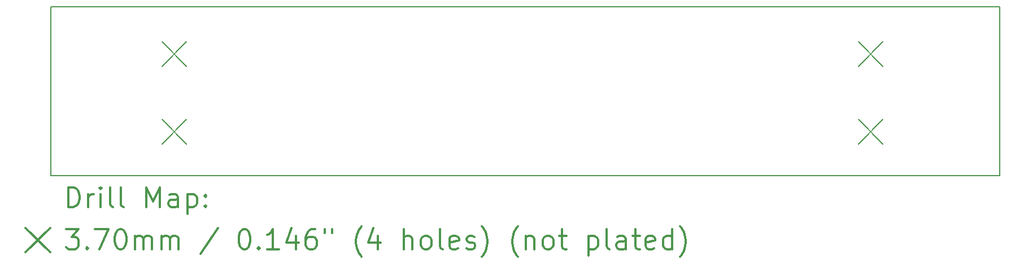
<source format=gbr>
%FSLAX45Y45*%
G04 Gerber Fmt 4.5, Leading zero omitted, Abs format (unit mm)*
G04 Created by KiCad (PCBNEW 4.0.6) date 02/01/18 18:05:08*
%MOMM*%
%LPD*%
G01*
G04 APERTURE LIST*
%ADD10C,0.127000*%
%ADD11C,0.150000*%
%ADD12C,0.200000*%
%ADD13C,0.300000*%
G04 APERTURE END LIST*
D10*
D11*
X21209000Y-7620000D02*
X6985000Y-7620000D01*
X21209000Y-10160000D02*
X21209000Y-7620000D01*
X6985000Y-10160000D02*
X21209000Y-10160000D01*
X6985000Y-7620000D02*
X6985000Y-10160000D01*
D12*
X8654200Y-8146200D02*
X9024200Y-8516200D01*
X9024200Y-8146200D02*
X8654200Y-8516200D01*
X8654200Y-9314600D02*
X9024200Y-9684600D01*
X9024200Y-9314600D02*
X8654200Y-9684600D01*
X19093600Y-8146200D02*
X19463600Y-8516200D01*
X19463600Y-8146200D02*
X19093600Y-8516200D01*
X19093600Y-9314600D02*
X19463600Y-9684600D01*
X19463600Y-9314600D02*
X19093600Y-9684600D01*
D13*
X7248928Y-10633214D02*
X7248928Y-10333214D01*
X7320357Y-10333214D01*
X7363214Y-10347500D01*
X7391786Y-10376072D01*
X7406071Y-10404643D01*
X7420357Y-10461786D01*
X7420357Y-10504643D01*
X7406071Y-10561786D01*
X7391786Y-10590357D01*
X7363214Y-10618929D01*
X7320357Y-10633214D01*
X7248928Y-10633214D01*
X7548928Y-10633214D02*
X7548928Y-10433214D01*
X7548928Y-10490357D02*
X7563214Y-10461786D01*
X7577500Y-10447500D01*
X7606071Y-10433214D01*
X7634643Y-10433214D01*
X7734643Y-10633214D02*
X7734643Y-10433214D01*
X7734643Y-10333214D02*
X7720357Y-10347500D01*
X7734643Y-10361786D01*
X7748928Y-10347500D01*
X7734643Y-10333214D01*
X7734643Y-10361786D01*
X7920357Y-10633214D02*
X7891786Y-10618929D01*
X7877500Y-10590357D01*
X7877500Y-10333214D01*
X8077500Y-10633214D02*
X8048928Y-10618929D01*
X8034643Y-10590357D01*
X8034643Y-10333214D01*
X8420357Y-10633214D02*
X8420357Y-10333214D01*
X8520357Y-10547500D01*
X8620357Y-10333214D01*
X8620357Y-10633214D01*
X8891786Y-10633214D02*
X8891786Y-10476072D01*
X8877500Y-10447500D01*
X8848929Y-10433214D01*
X8791786Y-10433214D01*
X8763214Y-10447500D01*
X8891786Y-10618929D02*
X8863214Y-10633214D01*
X8791786Y-10633214D01*
X8763214Y-10618929D01*
X8748929Y-10590357D01*
X8748929Y-10561786D01*
X8763214Y-10533214D01*
X8791786Y-10518929D01*
X8863214Y-10518929D01*
X8891786Y-10504643D01*
X9034643Y-10433214D02*
X9034643Y-10733214D01*
X9034643Y-10447500D02*
X9063214Y-10433214D01*
X9120357Y-10433214D01*
X9148929Y-10447500D01*
X9163214Y-10461786D01*
X9177500Y-10490357D01*
X9177500Y-10576072D01*
X9163214Y-10604643D01*
X9148929Y-10618929D01*
X9120357Y-10633214D01*
X9063214Y-10633214D01*
X9034643Y-10618929D01*
X9306071Y-10604643D02*
X9320357Y-10618929D01*
X9306071Y-10633214D01*
X9291786Y-10618929D01*
X9306071Y-10604643D01*
X9306071Y-10633214D01*
X9306071Y-10447500D02*
X9320357Y-10461786D01*
X9306071Y-10476072D01*
X9291786Y-10461786D01*
X9306071Y-10447500D01*
X9306071Y-10476072D01*
X6607500Y-10942500D02*
X6977500Y-11312500D01*
X6977500Y-10942500D02*
X6607500Y-11312500D01*
X7220357Y-10963214D02*
X7406071Y-10963214D01*
X7306071Y-11077500D01*
X7348928Y-11077500D01*
X7377500Y-11091786D01*
X7391786Y-11106072D01*
X7406071Y-11134643D01*
X7406071Y-11206071D01*
X7391786Y-11234643D01*
X7377500Y-11248929D01*
X7348928Y-11263214D01*
X7263214Y-11263214D01*
X7234643Y-11248929D01*
X7220357Y-11234643D01*
X7534643Y-11234643D02*
X7548928Y-11248929D01*
X7534643Y-11263214D01*
X7520357Y-11248929D01*
X7534643Y-11234643D01*
X7534643Y-11263214D01*
X7648928Y-10963214D02*
X7848928Y-10963214D01*
X7720357Y-11263214D01*
X8020357Y-10963214D02*
X8048928Y-10963214D01*
X8077500Y-10977500D01*
X8091786Y-10991786D01*
X8106071Y-11020357D01*
X8120357Y-11077500D01*
X8120357Y-11148929D01*
X8106071Y-11206071D01*
X8091786Y-11234643D01*
X8077500Y-11248929D01*
X8048928Y-11263214D01*
X8020357Y-11263214D01*
X7991786Y-11248929D01*
X7977500Y-11234643D01*
X7963214Y-11206071D01*
X7948928Y-11148929D01*
X7948928Y-11077500D01*
X7963214Y-11020357D01*
X7977500Y-10991786D01*
X7991786Y-10977500D01*
X8020357Y-10963214D01*
X8248928Y-11263214D02*
X8248928Y-11063214D01*
X8248928Y-11091786D02*
X8263214Y-11077500D01*
X8291786Y-11063214D01*
X8334643Y-11063214D01*
X8363214Y-11077500D01*
X8377500Y-11106072D01*
X8377500Y-11263214D01*
X8377500Y-11106072D02*
X8391786Y-11077500D01*
X8420357Y-11063214D01*
X8463214Y-11063214D01*
X8491786Y-11077500D01*
X8506071Y-11106072D01*
X8506071Y-11263214D01*
X8648929Y-11263214D02*
X8648929Y-11063214D01*
X8648929Y-11091786D02*
X8663214Y-11077500D01*
X8691786Y-11063214D01*
X8734643Y-11063214D01*
X8763214Y-11077500D01*
X8777500Y-11106072D01*
X8777500Y-11263214D01*
X8777500Y-11106072D02*
X8791786Y-11077500D01*
X8820357Y-11063214D01*
X8863214Y-11063214D01*
X8891786Y-11077500D01*
X8906071Y-11106072D01*
X8906071Y-11263214D01*
X9491786Y-10948929D02*
X9234643Y-11334643D01*
X9877500Y-10963214D02*
X9906071Y-10963214D01*
X9934643Y-10977500D01*
X9948928Y-10991786D01*
X9963214Y-11020357D01*
X9977500Y-11077500D01*
X9977500Y-11148929D01*
X9963214Y-11206071D01*
X9948928Y-11234643D01*
X9934643Y-11248929D01*
X9906071Y-11263214D01*
X9877500Y-11263214D01*
X9848928Y-11248929D01*
X9834643Y-11234643D01*
X9820357Y-11206071D01*
X9806071Y-11148929D01*
X9806071Y-11077500D01*
X9820357Y-11020357D01*
X9834643Y-10991786D01*
X9848928Y-10977500D01*
X9877500Y-10963214D01*
X10106071Y-11234643D02*
X10120357Y-11248929D01*
X10106071Y-11263214D01*
X10091786Y-11248929D01*
X10106071Y-11234643D01*
X10106071Y-11263214D01*
X10406071Y-11263214D02*
X10234643Y-11263214D01*
X10320357Y-11263214D02*
X10320357Y-10963214D01*
X10291786Y-11006072D01*
X10263214Y-11034643D01*
X10234643Y-11048929D01*
X10663214Y-11063214D02*
X10663214Y-11263214D01*
X10591786Y-10948929D02*
X10520357Y-11163214D01*
X10706071Y-11163214D01*
X10948928Y-10963214D02*
X10891786Y-10963214D01*
X10863214Y-10977500D01*
X10848928Y-10991786D01*
X10820357Y-11034643D01*
X10806071Y-11091786D01*
X10806071Y-11206071D01*
X10820357Y-11234643D01*
X10834643Y-11248929D01*
X10863214Y-11263214D01*
X10920357Y-11263214D01*
X10948928Y-11248929D01*
X10963214Y-11234643D01*
X10977500Y-11206071D01*
X10977500Y-11134643D01*
X10963214Y-11106072D01*
X10948928Y-11091786D01*
X10920357Y-11077500D01*
X10863214Y-11077500D01*
X10834643Y-11091786D01*
X10820357Y-11106072D01*
X10806071Y-11134643D01*
X11091786Y-10963214D02*
X11091786Y-11020357D01*
X11206071Y-10963214D02*
X11206071Y-11020357D01*
X11648928Y-11377500D02*
X11634643Y-11363214D01*
X11606071Y-11320357D01*
X11591785Y-11291786D01*
X11577500Y-11248929D01*
X11563214Y-11177500D01*
X11563214Y-11120357D01*
X11577500Y-11048929D01*
X11591785Y-11006072D01*
X11606071Y-10977500D01*
X11634643Y-10934643D01*
X11648928Y-10920357D01*
X11891785Y-11063214D02*
X11891785Y-11263214D01*
X11820357Y-10948929D02*
X11748928Y-11163214D01*
X11934643Y-11163214D01*
X12277500Y-11263214D02*
X12277500Y-10963214D01*
X12406071Y-11263214D02*
X12406071Y-11106072D01*
X12391785Y-11077500D01*
X12363214Y-11063214D01*
X12320357Y-11063214D01*
X12291785Y-11077500D01*
X12277500Y-11091786D01*
X12591785Y-11263214D02*
X12563214Y-11248929D01*
X12548928Y-11234643D01*
X12534643Y-11206071D01*
X12534643Y-11120357D01*
X12548928Y-11091786D01*
X12563214Y-11077500D01*
X12591785Y-11063214D01*
X12634643Y-11063214D01*
X12663214Y-11077500D01*
X12677500Y-11091786D01*
X12691785Y-11120357D01*
X12691785Y-11206071D01*
X12677500Y-11234643D01*
X12663214Y-11248929D01*
X12634643Y-11263214D01*
X12591785Y-11263214D01*
X12863214Y-11263214D02*
X12834643Y-11248929D01*
X12820357Y-11220357D01*
X12820357Y-10963214D01*
X13091786Y-11248929D02*
X13063214Y-11263214D01*
X13006071Y-11263214D01*
X12977500Y-11248929D01*
X12963214Y-11220357D01*
X12963214Y-11106072D01*
X12977500Y-11077500D01*
X13006071Y-11063214D01*
X13063214Y-11063214D01*
X13091786Y-11077500D01*
X13106071Y-11106072D01*
X13106071Y-11134643D01*
X12963214Y-11163214D01*
X13220357Y-11248929D02*
X13248928Y-11263214D01*
X13306071Y-11263214D01*
X13334643Y-11248929D01*
X13348928Y-11220357D01*
X13348928Y-11206071D01*
X13334643Y-11177500D01*
X13306071Y-11163214D01*
X13263214Y-11163214D01*
X13234643Y-11148929D01*
X13220357Y-11120357D01*
X13220357Y-11106072D01*
X13234643Y-11077500D01*
X13263214Y-11063214D01*
X13306071Y-11063214D01*
X13334643Y-11077500D01*
X13448928Y-11377500D02*
X13463214Y-11363214D01*
X13491786Y-11320357D01*
X13506071Y-11291786D01*
X13520357Y-11248929D01*
X13534643Y-11177500D01*
X13534643Y-11120357D01*
X13520357Y-11048929D01*
X13506071Y-11006072D01*
X13491786Y-10977500D01*
X13463214Y-10934643D01*
X13448928Y-10920357D01*
X13991786Y-11377500D02*
X13977500Y-11363214D01*
X13948928Y-11320357D01*
X13934643Y-11291786D01*
X13920357Y-11248929D01*
X13906071Y-11177500D01*
X13906071Y-11120357D01*
X13920357Y-11048929D01*
X13934643Y-11006072D01*
X13948928Y-10977500D01*
X13977500Y-10934643D01*
X13991786Y-10920357D01*
X14106071Y-11063214D02*
X14106071Y-11263214D01*
X14106071Y-11091786D02*
X14120357Y-11077500D01*
X14148928Y-11063214D01*
X14191786Y-11063214D01*
X14220357Y-11077500D01*
X14234643Y-11106072D01*
X14234643Y-11263214D01*
X14420357Y-11263214D02*
X14391786Y-11248929D01*
X14377500Y-11234643D01*
X14363214Y-11206071D01*
X14363214Y-11120357D01*
X14377500Y-11091786D01*
X14391786Y-11077500D01*
X14420357Y-11063214D01*
X14463214Y-11063214D01*
X14491786Y-11077500D01*
X14506071Y-11091786D01*
X14520357Y-11120357D01*
X14520357Y-11206071D01*
X14506071Y-11234643D01*
X14491786Y-11248929D01*
X14463214Y-11263214D01*
X14420357Y-11263214D01*
X14606071Y-11063214D02*
X14720357Y-11063214D01*
X14648928Y-10963214D02*
X14648928Y-11220357D01*
X14663214Y-11248929D01*
X14691786Y-11263214D01*
X14720357Y-11263214D01*
X15048928Y-11063214D02*
X15048928Y-11363214D01*
X15048928Y-11077500D02*
X15077500Y-11063214D01*
X15134643Y-11063214D01*
X15163214Y-11077500D01*
X15177500Y-11091786D01*
X15191786Y-11120357D01*
X15191786Y-11206071D01*
X15177500Y-11234643D01*
X15163214Y-11248929D01*
X15134643Y-11263214D01*
X15077500Y-11263214D01*
X15048928Y-11248929D01*
X15363214Y-11263214D02*
X15334643Y-11248929D01*
X15320357Y-11220357D01*
X15320357Y-10963214D01*
X15606071Y-11263214D02*
X15606071Y-11106072D01*
X15591786Y-11077500D01*
X15563214Y-11063214D01*
X15506071Y-11063214D01*
X15477500Y-11077500D01*
X15606071Y-11248929D02*
X15577500Y-11263214D01*
X15506071Y-11263214D01*
X15477500Y-11248929D01*
X15463214Y-11220357D01*
X15463214Y-11191786D01*
X15477500Y-11163214D01*
X15506071Y-11148929D01*
X15577500Y-11148929D01*
X15606071Y-11134643D01*
X15706071Y-11063214D02*
X15820357Y-11063214D01*
X15748929Y-10963214D02*
X15748929Y-11220357D01*
X15763214Y-11248929D01*
X15791786Y-11263214D01*
X15820357Y-11263214D01*
X16034643Y-11248929D02*
X16006071Y-11263214D01*
X15948929Y-11263214D01*
X15920357Y-11248929D01*
X15906071Y-11220357D01*
X15906071Y-11106072D01*
X15920357Y-11077500D01*
X15948929Y-11063214D01*
X16006071Y-11063214D01*
X16034643Y-11077500D01*
X16048929Y-11106072D01*
X16048929Y-11134643D01*
X15906071Y-11163214D01*
X16306071Y-11263214D02*
X16306071Y-10963214D01*
X16306071Y-11248929D02*
X16277500Y-11263214D01*
X16220357Y-11263214D01*
X16191786Y-11248929D01*
X16177500Y-11234643D01*
X16163214Y-11206071D01*
X16163214Y-11120357D01*
X16177500Y-11091786D01*
X16191786Y-11077500D01*
X16220357Y-11063214D01*
X16277500Y-11063214D01*
X16306071Y-11077500D01*
X16420357Y-11377500D02*
X16434643Y-11363214D01*
X16463214Y-11320357D01*
X16477500Y-11291786D01*
X16491786Y-11248929D01*
X16506071Y-11177500D01*
X16506071Y-11120357D01*
X16491786Y-11048929D01*
X16477500Y-11006072D01*
X16463214Y-10977500D01*
X16434643Y-10934643D01*
X16420357Y-10920357D01*
M02*

</source>
